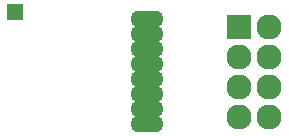
<source format=gbs>
G04 #@! TF.FileFunction,Soldermask,Bot*
%FSLAX46Y46*%
G04 Gerber Fmt 4.6, Leading zero omitted, Abs format (unit mm)*
G04 Created by KiCad (PCBNEW 4.0.2+dfsg1-stable) date Sun 14 May 2017 07:44:14 PM MDT*
%MOMM*%
G01*
G04 APERTURE LIST*
%ADD10C,0.100000*%
%ADD11O,2.800000X1.400000*%
%ADD12R,1.400000X1.400000*%
%ADD13C,2.127200*%
%ADD14R,2.127200X2.127200*%
%ADD15O,2.127200X2.127200*%
G04 APERTURE END LIST*
D10*
D11*
X140800000Y-85725000D03*
X140800000Y-86995000D03*
X140800000Y-84455000D03*
X140800000Y-88265000D03*
X140800000Y-89535000D03*
X140800000Y-83185000D03*
X140800000Y-90805000D03*
X140800000Y-81915000D03*
D12*
X129600000Y-81260000D03*
D13*
X151130000Y-82550000D03*
D14*
X148590000Y-82550000D03*
D15*
X151130000Y-85090000D03*
X148590000Y-85090000D03*
X151130000Y-87630000D03*
X148590000Y-87630000D03*
X151130000Y-90170000D03*
X148590000Y-90170000D03*
M02*

</source>
